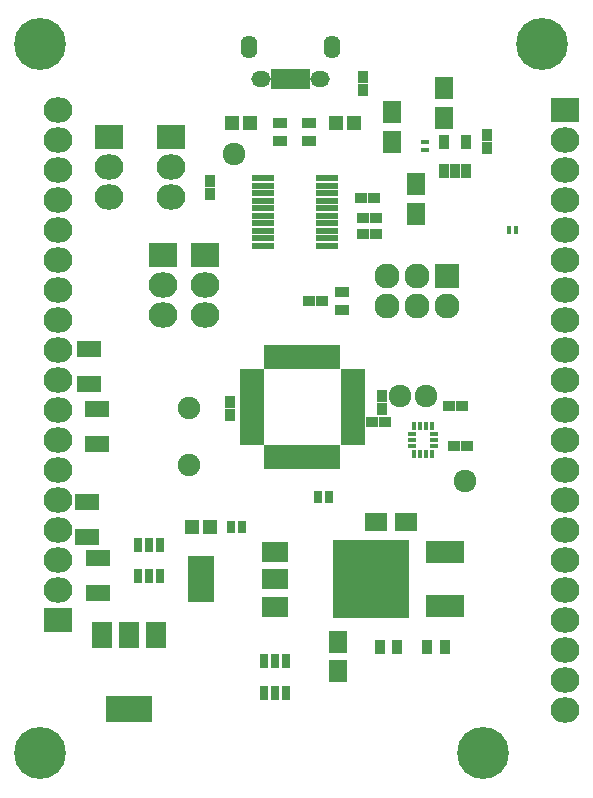
<source format=gts>
G04 #@! TF.FileFunction,Soldermask,Top*
%FSLAX46Y46*%
G04 Gerber Fmt 4.6, Leading zero omitted, Abs format (unit mm)*
G04 Created by KiCad (PCBNEW 4.0.5) date Mon Feb 27 06:48:06 2017*
%MOMM*%
%LPD*%
G01*
G04 APERTURE LIST*
%ADD10C,0.100000*%
%ADD11R,0.900000X1.000000*%
%ADD12R,1.000000X0.900000*%
%ADD13R,1.200000X1.150000*%
%ADD14R,1.650000X1.900000*%
%ADD15R,1.900000X1.650000*%
%ADD16R,2.000000X1.400000*%
%ADD17R,0.650000X0.400000*%
%ADD18R,0.400000X0.650000*%
%ADD19R,2.000000X0.950000*%
%ADD20R,0.950000X2.000000*%
%ADD21R,2.432000X2.127200*%
%ADD22O,2.432000X2.127200*%
%ADD23R,0.800000X1.750000*%
%ADD24O,1.650000X1.350000*%
%ADD25O,1.400000X1.950000*%
%ADD26R,2.127200X2.127200*%
%ADD27O,2.127200X2.127200*%
%ADD28R,1.700000X2.200000*%
%ADD29R,4.000000X2.200000*%
%ADD30R,2.200000X1.700000*%
%ADD31R,2.200000X4.000000*%
%ADD32R,0.800000X1.000000*%
%ADD33R,1.300000X0.900000*%
%ADD34R,0.900000X1.300000*%
%ADD35R,1.900000X0.550000*%
%ADD36R,0.450000X0.650000*%
%ADD37R,0.650000X0.450000*%
%ADD38R,6.500000X6.700000*%
%ADD39R,3.200000X1.900000*%
%ADD40R,0.800000X1.300000*%
%ADD41C,1.924000*%
%ADD42C,1.901140*%
%ADD43C,4.400000*%
%ADD44R,1.197560X1.197560*%
%ADD45R,0.900000X1.200000*%
G04 APERTURE END LIST*
D10*
D11*
X118600000Y-60300000D03*
X118600000Y-61400000D03*
D12*
X130600000Y-62000000D03*
X131700000Y-62000000D03*
D11*
X131450000Y-60900000D03*
X131450000Y-59800000D03*
D12*
X125300000Y-51750000D03*
X126400000Y-51750000D03*
D11*
X129800000Y-33900000D03*
X129800000Y-32800000D03*
D13*
X120250000Y-36700000D03*
X118750000Y-36700000D03*
X127550000Y-36700000D03*
X129050000Y-36700000D03*
D12*
X129650000Y-43000000D03*
X130750000Y-43000000D03*
D11*
X116900000Y-42650000D03*
X116900000Y-41550000D03*
D12*
X129850000Y-44700000D03*
X130950000Y-44700000D03*
X129850000Y-46100000D03*
X130950000Y-46100000D03*
D14*
X134350000Y-41850000D03*
X134350000Y-44350000D03*
D11*
X140350000Y-38750000D03*
X140350000Y-37650000D03*
D12*
X137550000Y-64000000D03*
X138650000Y-64000000D03*
X137150000Y-60600000D03*
X138250000Y-60600000D03*
D15*
X133475000Y-70425000D03*
X130975000Y-70425000D03*
D14*
X127700000Y-80600000D03*
X127700000Y-83100000D03*
D16*
X106600000Y-55800000D03*
X106600000Y-58800000D03*
X107350000Y-60850000D03*
X107350000Y-63850000D03*
X106500000Y-68750000D03*
X106500000Y-71750000D03*
X107400000Y-73450000D03*
X107400000Y-76450000D03*
D17*
X135100000Y-38925000D03*
X135100000Y-38275000D03*
D18*
X142175000Y-45700000D03*
X142825000Y-45700000D03*
D19*
X120450000Y-57900000D03*
X120450000Y-58700000D03*
X120450000Y-59500000D03*
X120450000Y-60300000D03*
X120450000Y-61100000D03*
X120450000Y-61900000D03*
X120450000Y-62700000D03*
X120450000Y-63500000D03*
D20*
X121900000Y-64950000D03*
X122700000Y-64950000D03*
X123500000Y-64950000D03*
X124300000Y-64950000D03*
X125100000Y-64950000D03*
X125900000Y-64950000D03*
X126700000Y-64950000D03*
X127500000Y-64950000D03*
D19*
X128950000Y-63500000D03*
X128950000Y-62700000D03*
X128950000Y-61900000D03*
X128950000Y-61100000D03*
X128950000Y-60300000D03*
X128950000Y-59500000D03*
X128950000Y-58700000D03*
X128950000Y-57900000D03*
D20*
X127500000Y-56450000D03*
X126700000Y-56450000D03*
X125900000Y-56450000D03*
X125100000Y-56450000D03*
X124300000Y-56450000D03*
X123500000Y-56450000D03*
X122700000Y-56450000D03*
X121900000Y-56450000D03*
D14*
X132300000Y-38250000D03*
X132300000Y-35750000D03*
D21*
X104000000Y-78740000D03*
D22*
X104000000Y-76200000D03*
X104000000Y-73660000D03*
X104000000Y-71120000D03*
X104000000Y-68580000D03*
X104000000Y-66040000D03*
X104000000Y-63500000D03*
X104000000Y-60960000D03*
X104000000Y-58420000D03*
X104000000Y-55880000D03*
X104000000Y-53340000D03*
X104000000Y-50800000D03*
X104000000Y-48260000D03*
X104000000Y-45720000D03*
X104000000Y-43180000D03*
X104000000Y-40640000D03*
X104000000Y-38100000D03*
X104000000Y-35560000D03*
D21*
X108300000Y-37860000D03*
D22*
X108300000Y-40400000D03*
X108300000Y-42940000D03*
D23*
X125000900Y-32962540D03*
X124350900Y-32962540D03*
X123700900Y-32962540D03*
X123050900Y-32962540D03*
X122400900Y-32962540D03*
D24*
X126200900Y-32962540D03*
X121200900Y-32962540D03*
D25*
X127200900Y-30262540D03*
X120200900Y-30262540D03*
D21*
X113600000Y-37860000D03*
D22*
X113600000Y-40400000D03*
X113600000Y-42940000D03*
D21*
X146900000Y-35560000D03*
D22*
X146900000Y-38100000D03*
X146900000Y-40640000D03*
X146900000Y-43180000D03*
X146900000Y-45720000D03*
X146900000Y-48260000D03*
X146900000Y-50800000D03*
X146900000Y-53340000D03*
X146900000Y-55880000D03*
X146900000Y-58420000D03*
X146900000Y-60960000D03*
X146900000Y-63500000D03*
X146900000Y-66040000D03*
X146900000Y-68580000D03*
X146900000Y-71120000D03*
X146900000Y-73660000D03*
X146900000Y-76200000D03*
X146900000Y-78740000D03*
X146900000Y-81280000D03*
X146900000Y-83820000D03*
X146900000Y-86360000D03*
D21*
X112900000Y-47800000D03*
D22*
X112900000Y-50340000D03*
X112900000Y-52880000D03*
D21*
X116500000Y-47820000D03*
D22*
X116500000Y-50360000D03*
X116500000Y-52900000D03*
D26*
X136940000Y-49600000D03*
D27*
X136940000Y-52140000D03*
X134400000Y-49600000D03*
X134400000Y-52140000D03*
X131860000Y-49600000D03*
X131860000Y-52140000D03*
D28*
X112300000Y-80000000D03*
X110000000Y-80000000D03*
X107700000Y-80000000D03*
D29*
X110000000Y-86300000D03*
D30*
X122400000Y-77600000D03*
X122400000Y-75300000D03*
X122400000Y-73000000D03*
D31*
X116100000Y-75300000D03*
D32*
X126950000Y-68300000D03*
X126050000Y-68300000D03*
D33*
X125300000Y-38150000D03*
X125300000Y-36650000D03*
D34*
X135250000Y-81000000D03*
X136750000Y-81000000D03*
D33*
X122800000Y-38150000D03*
X122800000Y-36650000D03*
D34*
X132750000Y-81000000D03*
X131250000Y-81000000D03*
D33*
X128100000Y-51000000D03*
X128100000Y-52500000D03*
D35*
X121400000Y-41342500D03*
X121400000Y-41977500D03*
X121400000Y-42612500D03*
X121400000Y-43247500D03*
X121400000Y-43882500D03*
X121400000Y-44517500D03*
X121400000Y-45152500D03*
X121400000Y-45787500D03*
X121400000Y-46422500D03*
X121400000Y-47057500D03*
X126800000Y-47057500D03*
X126800000Y-46422500D03*
X126800000Y-45787500D03*
X126800000Y-45152500D03*
X126800000Y-44517500D03*
X126800000Y-43882500D03*
X126800000Y-43247500D03*
X126800000Y-42612500D03*
X126800000Y-41977500D03*
X126800000Y-41342500D03*
D36*
X134150000Y-64675000D03*
X134650000Y-64675000D03*
X135150000Y-64675000D03*
X135650000Y-64675000D03*
D37*
X135825000Y-64000000D03*
X135825000Y-63500000D03*
X135825000Y-63000000D03*
D36*
X135650000Y-62325000D03*
X135150000Y-62325000D03*
X134650000Y-62325000D03*
X134150000Y-62325000D03*
D37*
X133975000Y-63000000D03*
X133975000Y-63500000D03*
X133975000Y-64000000D03*
D38*
X130500000Y-75250000D03*
D39*
X136750000Y-77536000D03*
X136750000Y-72964000D03*
D40*
X112650000Y-72350000D03*
X111700000Y-72350000D03*
X110750000Y-72350000D03*
X110750000Y-75050000D03*
X111700000Y-75050000D03*
X112650000Y-75050000D03*
X121450000Y-84950000D03*
X122400000Y-84950000D03*
X123350000Y-84950000D03*
X123350000Y-82250000D03*
X122400000Y-82250000D03*
X121450000Y-82250000D03*
D41*
X118900000Y-39300000D03*
X133000000Y-59800000D03*
X135200000Y-59800000D03*
X138500000Y-67000000D03*
D42*
X115100000Y-65640940D03*
X115100000Y-60759060D03*
D43*
X102500000Y-30000000D03*
X145000000Y-30000000D03*
X140000000Y-90000000D03*
X102500000Y-90000000D03*
D14*
X136700000Y-36200000D03*
X136700000Y-33700000D03*
D44*
X116899300Y-70850000D03*
X115400700Y-70850000D03*
D32*
X118700000Y-70850000D03*
X119600000Y-70850000D03*
D45*
X136700000Y-40700000D03*
X137650000Y-40700000D03*
X138600000Y-40700000D03*
X138600000Y-38300000D03*
X136700000Y-38300000D03*
M02*

</source>
